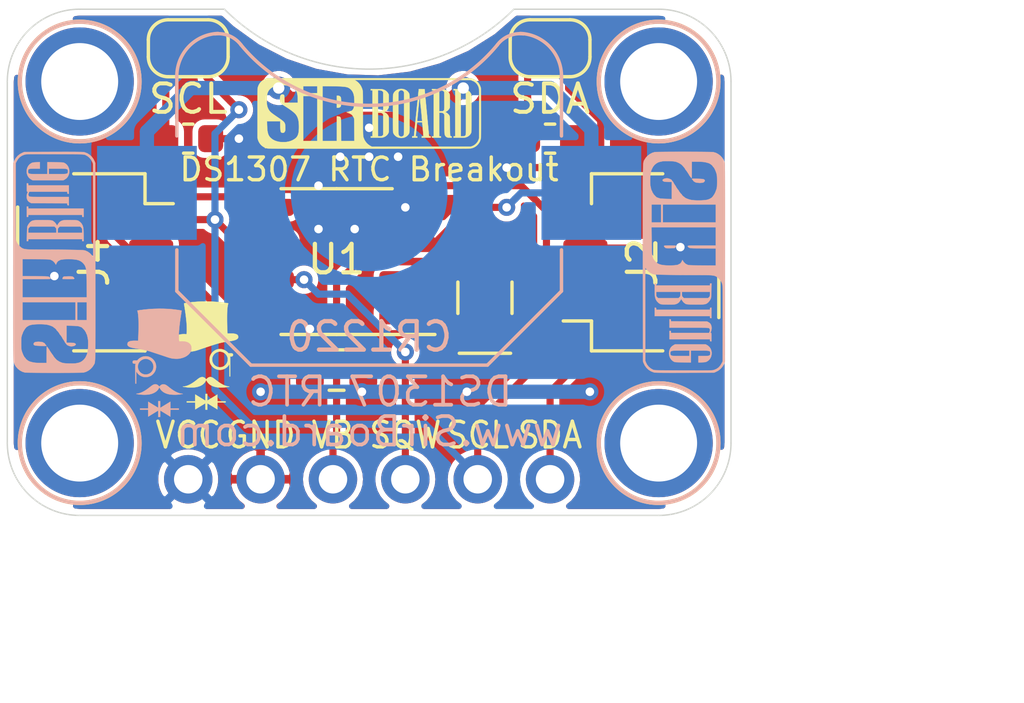
<source format=kicad_pcb>
(kicad_pcb (version 20171130) (host pcbnew "(5.1.2)-2")
  (title_block (title "DS1307Z Breakout") (date 2020-02-09) (rev 2) (company SirBoard) (comment 1 www.SirBoard.com) (comment 2 "Real Time Clock With Battery Back-Up") (comment 3 "DS1307Z - SirBlue"))
  (layers (0 F.Cu signal) (31 B.Cu signal) (34 B.Paste user hide) (35 F.Paste user hide) (36 B.SilkS user) (37 F.SilkS user) (38 B.Mask user hide) (39 F.Mask user hide) (44 Edge.Cuts user))
  (net 0 "")
  (net 1 GND)
  (net 2 VCC)
  (net 3 "Net-(JP2-Pad2)")
  (net 4 SCL)
  (net 5 "Net-(JP3-Pad2)")
  (net 6 SDA)
  (net 7 VBAT)
  (net 8 SQW)
  (net 9 "Net-(U1-Pad2)")
  (net 10 "Net-(U1-Pad1)")
  (module logo:logo38x53 (layer F.Cu) (at 59.563 36.703)
    (fp_text reference G*** hide)
    (fp_text value LOGO hide)
  )
  (module logo:logo38x53 (layer B.Cu) (at 57.912 36.957 180)
    (fp_text reference G*** hide)
    (fp_text value LOGO hide)
  )
  (module logo:SirBoard79x25 (layer F.Cu) (at 65.278 28.194)
    (fp_text reference G*** hide)
    (fp_text value LOGO hide)
  )
  (module Battery:BatteryHolder_Keystone_3000_1x12mm (layer B.Cu) (at 65.278 30.988)
    (fp_text reference CR1220 (at 0 5.05) (layer B.SilkS) (effects (justify mirror)))
    (fp_text value CR1220)
    (pad 2 smd circle (at 0 0) (size 5.5 5.5) (layers B.Cu B.Mask) (net 1 GND))
    (pad 1 smd rect (at 7.8 0) (size 3.5 3.3) (layers B.Cu B.Paste B.Mask) (net 7 VBAT))
    (pad 1 smd rect (at -7.8 0) (size 3.5 3.3) (layers B.Cu B.Paste B.Mask) (net 7 VBAT))
  )
  (module Resistor_SMD:R_0603_1608Metric (layer F.Cu) (at 71.628 29.083 180)
    (fp_text reference R2 hide)
    (fp_text value 4.7k)
    (pad 2 smd roundrect (at 0.7875 0 180) (size 0.875 0.95) (layers F.Cu F.Paste F.Mask) (net 5 "Net-(JP3-Pad2)"))
    (pad 1 smd roundrect (at -0.7875 0 180) (size 0.875 0.95) (layers F.Cu F.Paste F.Mask) (net 2 VCC))
  )
  (module Resistor_SMD:R_0603_1608Metric (layer F.Cu) (at 58.928 29.083 180)
    (fp_text reference R1 hide)
    (fp_text value 4.7k)
    (pad 2 smd roundrect (at 0.7875 0 180) (size 0.875 0.95) (layers F.Cu F.Paste F.Mask) (net 3 "Net-(JP2-Pad2)"))
    (pad 1 smd roundrect (at -0.7875 0 180) (size 0.875 0.95) (layers F.Cu F.Paste F.Mask) (net 2 VCC))
  )
  (module Crystal:Crystal_SMD_EuroQuartz_EQ161-2Pin_3.2x1.5mm (layer F.Cu) (at 69.342 34.671 90)
    (fp_text reference Y1 hide)
    (fp_text value 32.768kHz)
    (pad 2 smd rect (at 1.25 0 90) (size 1 1.8) (layers F.Cu F.Paste F.Mask) (net 9 "Net-(U1-Pad2)"))
    (pad 1 smd rect (at -1.25 0 90) (size 1 1.8) (layers F.Cu F.Paste F.Mask) (net 10 "Net-(U1-Pad1)"))
  )
  (module Package_SO:SOIC-8_3.9x4.9mm_P1.27mm (layer F.Cu) (at 64.135 33.401 180)
    (fp_text reference U1 (at 0 0.078) (layer F.SilkS))
    (fp_text value DS1307ZN+)
    (pad 8 smd roundrect (at 2.475 -1.905 180) (size 1.95 0.6) (layers F.Cu F.Paste F.Mask) (net 2 VCC))
    (pad 7 smd roundrect (at 2.475 -0.635 180) (size 1.95 0.6) (layers F.Cu F.Paste F.Mask) (net 8 SQW))
    (pad 6 smd roundrect (at 2.475 0.635 180) (size 1.95 0.6) (layers F.Cu F.Paste F.Mask) (net 4 SCL))
    (pad 5 smd roundrect (at 2.475 1.905 180) (size 1.95 0.6) (layers F.Cu F.Paste F.Mask) (net 6 SDA))
    (pad 4 smd roundrect (at -2.475 1.905 180) (size 1.95 0.6) (layers F.Cu F.Paste F.Mask) (net 1 GND))
    (pad 3 smd roundrect (at -2.475 0.635 180) (size 1.95 0.6) (layers F.Cu F.Paste F.Mask) (net 7 VBAT))
    (pad 2 smd roundrect (at -2.475 -0.635 180) (size 1.95 0.6) (layers F.Cu F.Paste F.Mask) (net 9 "Net-(U1-Pad2)"))
    (pad 1 smd roundrect (at -2.475 -1.905 180) (size 1.95 0.6) (layers F.Cu F.Paste F.Mask) (net 10 "Net-(U1-Pad1)"))
  )
  (module Connector_PinHeader_2.54mm:PinHeader_1x06_P2.54mm_Vertical (layer B.Cu) (at 58.928 41.0464 270)
    (fp_text reference J1 hide)
    (fp_text value Conn_01x06)
    (pad 1 thru_hole circle (at 0 0 270) (size 1.7 1.7) (drill 1) (layers *.Cu *.Mask) (net 2 VCC))
    (pad 2 thru_hole oval (at 0 -2.54 270) (size 1.7 1.7) (drill 1) (layers *.Cu *.Mask) (net 1 GND))
    (pad 3 thru_hole oval (at 0 -5.08 270) (size 1.7 1.7) (drill 1) (layers *.Cu *.Mask) (net 7 VBAT))
    (pad 4 thru_hole oval (at 0 -7.62 270) (size 1.7 1.7) (drill 1) (layers *.Cu *.Mask) (net 8 SQW))
    (pad 5 thru_hole oval (at 0 -10.16 270) (size 1.7 1.7) (drill 1) (layers *.Cu *.Mask) (net 4 SCL))
    (pad 6 thru_hole oval (at 0 -12.7 270) (size 1.7 1.7) (drill 1) (layers *.Cu *.Mask) (net 6 SDA))
  )
  (module Capacitor_SMD:C_0805_2012Metric (layer F.Cu) (at 64.135 37.211)
    (fp_text reference C1 hide)
    (fp_text value 10uF)
    (pad 2 smd roundrect (at 0.9375 0) (size 0.975 1.4) (layers F.Cu F.Paste F.Mask) (net 1 GND))
    (pad 1 smd roundrect (at -0.9375 0) (size 0.975 1.4) (layers F.Cu F.Paste F.Mask) (net 2 VCC))
  )
  (module Jumper:SolderJumper-2_P1.3mm_Open_RoundedPad1.0x1.5mm (layer F.Cu) (at 71.628 25.908 180)
    (fp_text reference SDA (at 0 -1.778 unlocked) (layer F.SilkS) (effects (font (thickness 0.14))))
    (fp_text value SolderJumper_2_Open)
    (pad 1 smd custom (at -0.65 0 180) (size 1 0.5) (layers F.Cu F.Mask) (net 6 SDA) (options (clearance outline) (anchor rect)) (primitives (gr_circle (center 0 0.25) (end 0.5 0.25) (width 0)) (gr_circle (center 0 -0.25) (end 0.5 -0.25) (width 0)) (gr_poly (pts (xy 0 -0.75) (xy 0.5 -0.75) (xy 0.5 0.75) (xy 0 0.75)) (width 0))))
    (pad 2 smd custom (at 0.65 0 180) (size 1 0.5) (layers F.Cu F.Mask) (net 5 "Net-(JP3-Pad2)") (options (clearance outline) (anchor rect)) (primitives (gr_circle (center 0 0.25) (end 0.5 0.25) (width 0)) (gr_circle (center 0 -0.25) (end 0.5 -0.25) (width 0)) (gr_poly (pts (xy 0 -0.75) (xy -0.5 -0.75) (xy -0.5 0.75) (xy 0 0.75)) (width 0))))
  )
  (module Jumper:SolderJumper-2_P1.3mm_Open_RoundedPad1.0x1.5mm (layer F.Cu) (at 58.928 25.908 180)
    (fp_text reference SCL (at 0 -1.778 unlocked) (layer F.SilkS) (effects (font (thickness 0.14))))
    (fp_text value SolderJumper_2_Open)
    (pad 1 smd custom (at -0.65 0 180) (size 1 0.5) (layers F.Cu F.Mask) (net 4 SCL) (options (clearance outline) (anchor rect)) (primitives (gr_circle (center 0 0.25) (end 0.5 0.25) (width 0)) (gr_circle (center 0 -0.25) (end 0.5 -0.25) (width 0)) (gr_poly (pts (xy 0 -0.75) (xy 0.5 -0.75) (xy 0.5 0.75) (xy 0 0.75)) (width 0))))
    (pad 2 smd custom (at 0.65 0 180) (size 1 0.5) (layers F.Cu F.Mask) (net 3 "Net-(JP2-Pad2)") (options (clearance outline) (anchor rect)) (primitives (gr_circle (center 0 0.25) (end 0.5 0.25) (width 0)) (gr_circle (center 0 -0.25) (end 0.5 -0.25) (width 0)) (gr_poly (pts (xy 0 -0.75) (xy -0.5 -0.75) (xy -0.5 0.75) (xy 0 0.75)) (width 0))))
  )
  (module logo:SirBlue78x29 (layer B.Cu) (at 76.327 33.4264 270)
    (fp_text reference G*** hide)
    (fp_text value LOGO hide)
  )
  (module logo:SirBlue78x29 (layer B.Cu) (at 54.229 33.4264 90)
    (fp_text reference G*** hide)
    (fp_text value LOGO hide)
  )
  (module Connector_JST:JST_SH_SM04B-SRSS-TB_1x04-1MP_P1.00mm_Horizontal (layer F.Cu) (at 55.626 33.4264 270)
    (fp_text reference J4 (at 0 0 270) (layer F.SilkS))
    (fp_text value Conn_01x04)
    (pad MP smd roundrect (at 2.8 1.875 270) (size 1.2 1.8) (layers F.Cu F.Paste F.Mask) (roundrect_rratio 0.208333))
    (pad MP smd roundrect (at -2.8 1.875 270) (size 1.2 1.8) (layers F.Cu F.Paste F.Mask) (roundrect_rratio 0.208333))
    (pad 4 smd roundrect (at 1.5 -2 270) (size 0.6 1.55) (layers F.Cu F.Paste F.Mask) (net 1 GND))
    (pad 3 smd roundrect (at 0.5 -2 270) (size 0.6 1.55) (layers F.Cu F.Paste F.Mask) (net 2 VCC))
    (pad 2 smd roundrect (at -0.5 -2 270) (size 0.6 1.55) (layers F.Cu F.Paste F.Mask) (net 6 SDA))
    (pad 1 smd roundrect (at -1.5 -2 270) (size 0.6 1.55) (layers F.Cu F.Paste F.Mask) (net 4 SCL))
  )
  (module Connector_JST:JST_SH_SM04B-SRSS-TB_1x04-1MP_P1.00mm_Horizontal (layer F.Cu) (at 74.8665 33.4264 90)
    (fp_text reference J2 (at 0 0 90) (layer F.SilkS))
    (fp_text value Conn_01x04)
    (pad MP smd roundrect (at 2.8 1.875 90) (size 1.2 1.8) (layers F.Cu F.Paste F.Mask) (roundrect_rratio 0.208333))
    (pad MP smd roundrect (at -2.8 1.875 90) (size 1.2 1.8) (layers F.Cu F.Paste F.Mask) (roundrect_rratio 0.208333))
    (pad 4 smd roundrect (at 1.5 -2 90) (size 0.6 1.55) (layers F.Cu F.Paste F.Mask) (net 1 GND))
    (pad 3 smd roundrect (at 0.5 -2 90) (size 0.6 1.55) (layers F.Cu F.Paste F.Mask) (net 2 VCC))
    (pad 2 smd roundrect (at -0.5 -2 90) (size 0.6 1.55) (layers F.Cu F.Paste F.Mask) (net 6 SDA))
    (pad 1 smd roundrect (at -1.5 -2 90) (size 0.6 1.55) (layers F.Cu F.Paste F.Mask) (net 4 SCL))
  )
  (module SirBoardLibrary:MountingHole_M2.5_SirBoard (layer F.Cu) (at 55.118 39.7764 270)
    (fp_text reference H1 hide)
    (fp_text value MountingHole)
    (pad 1 thru_hole circle (at 0 0 270) (size 3.8 3.8) (drill 2.7) (layers *.Cu *.Mask))
  )
  (module SirBoardLibrary:MountingHole_M2.5_SirBoard (layer F.Cu) (at 55.118 27.0764 270)
    (fp_text reference H2 hide)
    (fp_text value MountingHole)
    (pad 1 thru_hole circle (at 0 0 270) (size 3.8 3.8) (drill 2.7) (layers *.Cu *.Mask))
  )
  (module SirBoardLibrary:MountingHole_M2.5_SirBoard (layer F.Cu) (at 75.438 39.7764 90)
    (fp_text reference H3 hide)
    (fp_text value MountingHole)
    (pad 1 thru_hole circle (at 0 0 90) (size 3.8 3.8) (drill 2.7) (layers *.Cu *.Mask))
  )
  (module SirBoardLibrary:MountingHole_M2.5_SirBoard (layer F.Cu) (at 75.438 27.0764 90)
    (fp_text reference H4 hide)
    (fp_text value MountingHole)
    (pad 1 thru_hole circle (at 0 0 90) (size 3.8 3.8) (drill 2.7) (layers *.Cu *.Mask))
  )
  (gr_text "DS1307 RTC Breakout" (at 65.278 30.1625) (layer F.SilkS) (effects (font (size 0.8 0.8) (thickness 0.12))))
  (gr_text "DS1307 RTC " (at 65.278 37.973) (layer B.SilkS) (effects (font (size 1 1) (thickness 0.13)) (justify mirror)))
  (gr_line (start 55.118 24.5364) (end 60.198 24.5364) (layer Edge.Cuts) (width 0.05))
  (gr_arc (start 65.278 19.4564) (end 60.198001 24.536399) (angle -90) (layer Edge.Cuts) (width 0.05))
  (gr_line (start 75.438 24.5364) (end 70.358 24.5364) (layer Edge.Cuts) (width 0.05))
  (gr_text VB (at 64.008 39.497) (layer F.SilkS) (effects (font (size 0.9 0.8) (thickness 0.12))))
  (gr_text VCC (at 58.928 39.497) (layer F.SilkS) (effects (font (size 0.9 0.8) (thickness 0.12))))
  (gr_text GND (at 61.468 39.497) (layer F.SilkS) (effects (font (size 0.9 0.8) (thickness 0.12))))
  (gr_text SQW (at 66.548 39.497) (layer F.SilkS) (effects (font (size 0.9 0.8) (thickness 0.12))))
  (gr_text SCL (at 69.088 39.497) (layer F.SilkS) (effects (font (size 0.9 0.8) (thickness 0.12))))
  (gr_text SDA (at 71.628 39.497) (layer F.SilkS) (effects (font (size 0.9 0.8) (thickness 0.12))))
  (gr_arc (start 55.118 27.0764) (end 55.118 24.5364) (angle -90) (layer Edge.Cuts) (width 0.05))
  (gr_arc (start 75.438 27.0764) (end 77.978 27.0764) (angle -90) (layer Edge.Cuts) (width 0.05))
  (gr_arc (start 75.438 39.7764) (end 75.438 42.3164) (angle -90) (layer Edge.Cuts) (width 0.05))
  (gr_arc (start 55.118 39.7764) (end 52.578 39.7764) (angle -90) (layer Edge.Cuts) (width 0.05))
  (gr_line (start 52.578 39.7764) (end 52.578 27.0764) (layer Edge.Cuts) (width 0.05))
  (gr_line (start 77.978 27.0764) (end 77.978 39.7764) (layer Edge.Cuts) (width 0.05))
  (gr_line (start 75.438 42.3164) (end 55.118 42.3164) (layer Edge.Cuts) (width 0.05))
  (gr_text www.SirBoard.com (at 65.278 39.37) (layer B.SilkS) (effects (font (size 1 1) (thickness 0.13)) (justify mirror)))
  (via (at 66.548 31.496) (size 0.6) (drill 0.3) (layers F.Cu B.Cu) (net 1))
  (via (at 64.77 32.258) (size 0.6) (drill 0.3) (layers F.Cu B.Cu) (net 1))
  (via (at 63.5 32.258) (size 0.6) (drill 0.3) (layers F.Cu B.Cu) (net 1))
  (via (at 63.5 30.734) (size 0.6) (drill 0.3) (layers F.Cu B.Cu) (net 1))
  (via (at 66.294 29.718) (size 0.6) (drill 0.3) (layers F.Cu B.Cu) (net 1))
  (via (at 64.262 29.718) (size 0.6) (drill 0.3) (layers F.Cu B.Cu) (net 1))
  (via (at 65.278 29.718) (size 0.6) (drill 0.3) (layers F.Cu B.Cu) (net 1))
  (via (at 65.278 28.702) (size 0.6) (drill 0.3) (layers F.Cu B.Cu) (net 1))
  (via (at 65.024 37.973) (size 0.6) (drill 0.3) (layers F.Cu B.Cu) (net 1))
  (via (at 68.707 37.973) (size 0.6) (drill 0.3) (layers F.Cu B.Cu) (net 1))
  (via (at 73.025 37.973) (size 0.6) (drill 0.3) (layers F.Cu B.Cu) (net 1))
  (segment (start 73.025 37.973) (end 68.707 37.973) (width 0.5) (layer B.Cu) (net 1))
  (segment (start 65.024 37.973) (end 68.707 37.973) (width 0.5) (layer B.Cu) (net 1))
  (via (at 61.468 37.973) (size 0.6) (drill 0.3) (layers F.Cu B.Cu) (net 1))
  (segment (start 65.024 37.973) (end 61.468 37.973) (width 0.5) (layer B.Cu) (net 1))
  (via (at 60.706 29.083) (size 0.6) (drill 0.3) (layers F.Cu B.Cu) (net 2))
  (segment (start 59.7155 29.083) (end 60.706 29.083) (width 0.25) (layer F.Cu) (net 2))
  (segment (start 60.2645 35.306) (end 61.66 35.306) (width 0.25) (layer F.Cu) (net 2))
  (segment (start 57.626 33.9264) (end 58.8849 33.9264) (width 0.25) (layer F.Cu) (net 2))
  (segment (start 58.8849 33.9264) (end 60.2645 35.306) (width 0.25) (layer F.Cu) (net 2))
  (via (at 76.2 32.893) (size 0.6) (drill 0.3) (layers F.Cu B.Cu) (net 2))
  (segment (start 72.8665 32.9264) (end 76.1666 32.9264) (width 0.25) (layer F.Cu) (net 2))
  (segment (start 76.1666 32.9264) (end 76.2 32.893) (width 0.25) (layer F.Cu) (net 2))
  (via (at 54.229 33.909) (size 0.6) (drill 0.3) (layers F.Cu B.Cu) (net 2))
  (segment (start 57.626 33.9264) (end 54.2464 33.9264) (width 0.25) (layer F.Cu) (net 2))
  (segment (start 54.2464 33.9264) (end 54.229 33.909) (width 0.25) (layer F.Cu) (net 2))
  (segment (start 63.1975 35.7655) (end 63.1975 35.7655) (width 0.25) (layer F.Cu) (net 2))
  (segment (start 61.66 35.306) (end 62.738 35.306) (width 0.25) (layer F.Cu) (net 2))
  (segment (start 62.738 35.306) (end 63.119 35.687) (width 0.25) (layer F.Cu) (net 2))
  (segment (start 63.119 35.687) (end 63.1975 35.7655) (width 0.25) (layer F.Cu) (net 2))
  (segment (start 63.1975 35.7655) (end 63.1975 37.211) (width 0.25) (layer F.Cu) (net 2))
  (via (at 63.1975 35.7655) (size 0.6) (drill 0.3) (layers F.Cu B.Cu) (net 2))
  (via (at 70.104 30.099) (size 0.6) (drill 0.3) (layers F.Cu B.Cu) (net 2))
  (segment (start 71.3995 30.099) (end 70.528264 30.099) (width 0.25) (layer F.Cu) (net 2))
  (segment (start 70.528264 30.099) (end 70.104 30.099) (width 0.25) (layer F.Cu) (net 2))
  (segment (start 72.4155 29.083) (end 71.3995 30.099) (width 0.25) (layer F.Cu) (net 2))
  (segment (start 58.1405 26.0455) (end 58.278 25.908) (width 0.25) (layer F.Cu) (net 3))
  (segment (start 58.1405 29.083) (end 58.1405 26.0455) (width 0.25) (layer F.Cu) (net 3))
  (segment (start 60.706 32.766) (end 61.66 32.766) (width 0.25) (layer F.Cu) (net 4))
  (segment (start 57.626 31.9264) (end 59.8664 31.9264) (width 0.25) (layer F.Cu) (net 4))
  (segment (start 59.8664 31.9264) (end 60.706 32.766) (width 0.25) (layer F.Cu) (net 4))
  (segment (start 59.8664 31.9264) (end 59.8664 31.9264) (width 0.25) (layer F.Cu) (net 4))
  (via (at 59.8664 31.9264) (size 0.6) (drill 0.3) (layers F.Cu B.Cu) (net 4))
  (segment (start 72.8665 34.9264) (end 72.8665 35.3375) (width 0.25) (layer F.Cu) (net 4))
  (segment (start 69.088 39.116) (end 69.088 41.0464) (width 0.25) (layer F.Cu) (net 4))
  (segment (start 72.8665 35.3375) (end 69.088 39.116) (width 0.25) (layer F.Cu) (net 4))
  (segment (start 60.406001 27.767001) (end 60.706 28.067) (width 0.25) (layer F.Cu) (net 4))
  (segment (start 59.578 26.939) (end 60.406001 27.767001) (width 0.25) (layer F.Cu) (net 4))
  (segment (start 60.406001 28.366999) (end 60.706 28.067) (width 0.25) (layer B.Cu) (net 4))
  (segment (start 59.8664 28.9066) (end 60.406001 28.366999) (width 0.25) (layer B.Cu) (net 4))
  (segment (start 59.8664 31.9264) (end 59.8664 28.9066) (width 0.25) (layer B.Cu) (net 4))
  (segment (start 59.578 25.908) (end 59.578 26.939) (width 0.25) (layer F.Cu) (net 4))
  (via (at 60.706 28.067) (size 0.6) (drill 0.3) (layers F.Cu B.Cu) (net 4))
  (segment (start 69.088 40.9575) (end 69.088 41.0464) (width 0.25) (layer B.Cu) (net 4))
  (segment (start 67.2465 39.116) (end 69.088 40.9575) (width 0.25) (layer B.Cu) (net 4))
  (segment (start 61.087 39.116) (end 67.2465 39.116) (width 0.25) (layer B.Cu) (net 4))
  (segment (start 59.8664 31.9264) (end 59.8664 37.8954) (width 0.25) (layer B.Cu) (net 4))
  (segment (start 59.8664 37.8954) (end 61.087 39.116) (width 0.25) (layer B.Cu) (net 4))
  (segment (start 70.8405 26.0455) (end 70.978 25.908) (width 0.25) (layer F.Cu) (net 5))
  (segment (start 70.8405 29.083) (end 70.8405 26.0455) (width 0.25) (layer F.Cu) (net 5))
  (segment (start 60.706 31.496) (end 61.66 31.496) (width 0.25) (layer F.Cu) (net 6))
  (segment (start 56.8024 32.9264) (end 56.388 32.512) (width 0.25) (layer F.Cu) (net 6))
  (segment (start 56.388 32.512) (end 56.388 31.496) (width 0.25) (layer F.Cu) (net 6))
  (segment (start 57.626 32.9264) (end 56.8024 32.9264) (width 0.25) (layer F.Cu) (net 6))
  (segment (start 56.75871 31.12529) (end 60.33529 31.12529) (width 0.25) (layer F.Cu) (net 6))
  (segment (start 56.388 31.496) (end 56.75871 31.12529) (width 0.25) (layer F.Cu) (net 6))
  (segment (start 60.33529 31.12529) (end 60.706 31.496) (width 0.25) (layer F.Cu) (net 6))
  (segment (start 71.628 41.0464) (end 71.628 37.973) (width 0.25) (layer F.Cu) (net 6))
  (segment (start 71.628 37.973) (end 74.168 35.433) (width 0.25) (layer F.Cu) (net 6))
  (segment (start 73.7415 33.9264) (end 72.8665 33.9264) (width 0.25) (layer F.Cu) (net 6))
  (segment (start 74.168 34.3529) (end 73.7415 33.9264) (width 0.25) (layer F.Cu) (net 6))
  (segment (start 74.168 35.433) (end 74.168 34.3529) (width 0.25) (layer F.Cu) (net 6))
  (segment (start 72.278 25.908) (end 72.278 27.32) (width 0.25) (layer F.Cu) (net 6))
  (segment (start 72.278 27.32) (end 73.406 28.448) (width 0.25) (layer F.Cu) (net 6))
  (segment (start 73.406 28.448) (end 73.406 29.718) (width 0.25) (layer F.Cu) (net 6))
  (segment (start 73.406 29.718) (end 71.501 31.623) (width 0.25) (layer F.Cu) (net 6))
  (segment (start 71.501 31.623) (end 71.501 33.655) (width 0.25) (layer F.Cu) (net 6))
  (segment (start 71.7724 33.9264) (end 72.8665 33.9264) (width 0.25) (layer F.Cu) (net 6))
  (segment (start 71.501 33.655) (end 71.7724 33.9264) (width 0.25) (layer F.Cu) (net 6))
  (segment (start 70.612 30.734) (end 71.501 31.623) (width 0.25) (layer F.Cu) (net 6))
  (segment (start 65.278 30.734) (end 70.612 30.734) (width 0.25) (layer F.Cu) (net 6))
  (segment (start 61.66 31.496) (end 64.516 31.496) (width 0.25) (layer F.Cu) (net 6))
  (segment (start 64.516 31.496) (end 65.278 30.734) (width 0.25) (layer F.Cu) (net 6))
  (segment (start 66.7675 32.6135) (end 66.802 32.6135) (width 0.25) (layer F.Cu) (net 7))
  (segment (start 64.008 39.751) (end 64.008 41.0464) (width 0.25) (layer F.Cu) (net 7))
  (segment (start 64.135 39.624) (end 64.008 39.751) (width 0.25) (layer F.Cu) (net 7))
  (segment (start 64.135 34.166) (end 64.135 39.624) (width 0.25) (layer F.Cu) (net 7))
  (segment (start 66.61 32.766) (end 65.535 32.766) (width 0.25) (layer F.Cu) (net 7))
  (segment (start 65.535 32.766) (end 64.135 34.166) (width 0.25) (layer F.Cu) (net 7))
  (via (at 70.103998 31.496) (size 0.6) (drill 0.3) (layers F.Cu B.Cu) (net 7))
  (segment (start 70.611998 30.988) (end 70.403997 31.196001) (width 0.25) (layer B.Cu) (net 7))
  (segment (start 70.403997 31.196001) (end 70.103998 31.496) (width 0.25) (layer B.Cu) (net 7))
  (segment (start 73.078 30.988) (end 70.611998 30.988) (width 0.25) (layer B.Cu) (net 7))
  (segment (start 73.078 28.755) (end 73.078 30.988) (width 0.5) (layer B.Cu) (net 7))
  (segment (start 71.628 27.305) (end 73.078 28.755) (width 0.5) (layer B.Cu) (net 7))
  (segment (start 59.011 27.305) (end 62.103 27.305) (width 0.5) (layer B.Cu) (net 7))
  (segment (start 57.478 30.988) (end 57.478 28.838) (width 0.5) (layer B.Cu) (net 7))
  (segment (start 57.478 28.838) (end 59.011 27.305) (width 0.5) (layer B.Cu) (net 7))
  (segment (start 69.679734 31.496) (end 70.103998 31.496) (width 0.25) (layer F.Cu) (net 7))
  (segment (start 68.834 31.496) (end 69.679734 31.496) (width 0.25) (layer F.Cu) (net 7))
  (segment (start 66.61 32.766) (end 67.564 32.766) (width 0.25) (layer F.Cu) (net 7))
  (segment (start 67.564 32.766) (end 68.834 31.496) (width 0.25) (layer F.Cu) (net 7))
  (via (at 62.103 27.305) (size 0.8) (drill 0.4) (layers F.Cu B.Cu) (net 7))
  (segment (start 68.58 27.305) (end 71.628 27.305) (width 0.5) (layer B.Cu) (net 7))
  (via (at 68.58 27.305) (size 0.8) (drill 0.4) (layers F.Cu B.Cu) (net 7))
  (segment (start 68.199 27.686) (end 68.58 27.305) (width 0.5) (layer F.Cu) (net 7))
  (segment (start 62.103 27.305) (end 62.484 27.686) (width 0.5) (layer F.Cu) (net 7))
  (segment (start 62.484 27.686) (end 68.199 27.686) (width 0.5) (layer F.Cu) (net 7))
  (via (at 62.992 34.036) (size 0.6) (drill 0.3) (layers F.Cu B.Cu) (net 8))
  (segment (start 61.66 34.036) (end 62.992 34.036) (width 0.25) (layer F.Cu) (net 8))
  (via (at 66.548 36.576) (size 0.6) (drill 0.3) (layers F.Cu B.Cu) (net 8))
  (segment (start 66.548 36.576) (end 66.548 41.0464) (width 0.25) (layer F.Cu) (net 8))
  (segment (start 64.516 34.544) (end 66.548 36.576) (width 0.25) (layer B.Cu) (net 8))
  (segment (start 62.992 34.036) (end 63.5 34.544) (width 0.25) (layer B.Cu) (net 8))
  (segment (start 63.5 34.544) (end 64.516 34.544) (width 0.25) (layer B.Cu) (net 8))
  (segment (start 68.306 33.421) (end 69.342 33.421) (width 0.25) (layer F.Cu) (net 9))
  (segment (start 66.61 34.036) (end 67.691 34.036) (width 0.25) (layer F.Cu) (net 9))
  (segment (start 67.691 34.036) (end 68.306 33.421) (width 0.25) (layer F.Cu) (net 9))
  (segment (start 68.306 35.921) (end 69.342 35.921) (width 0.25) (layer F.Cu) (net 10))
  (segment (start 66.61 35.306) (end 67.691 35.306) (width 0.25) (layer F.Cu) (net 10))
  (segment (start 67.691 35.306) (end 68.306 35.921) (width 0.25) (layer F.Cu) (net 10))
  (zone (net 2) (net_name VCC) (layer B.Cu) (connect_pads (clearance 0.2)) (min_thickness 0.2) (fill yes (arc_segments 32) (thermal_gap 0.2) (thermal_bridge_width 0.3))
    (polygon (pts (xy 52.578 24.5364) (xy 77.978 24.5364) (xy 77.978 42.3164) (xy 52.578 42.3164)))
  )
  (zone (net 1) (net_name GND) (layer F.Cu) (connect_pads (clearance 0.2)) (min_thickness 0.2) (fill yes (arc_segments 32) (thermal_gap 0.2) (thermal_bridge_width 0.3))
    (polygon (pts (xy 52.578 24.5364) (xy 77.978 24.5364) (xy 77.978 42.3164) (xy 52.578 42.3164)))
  )
)
</source>
